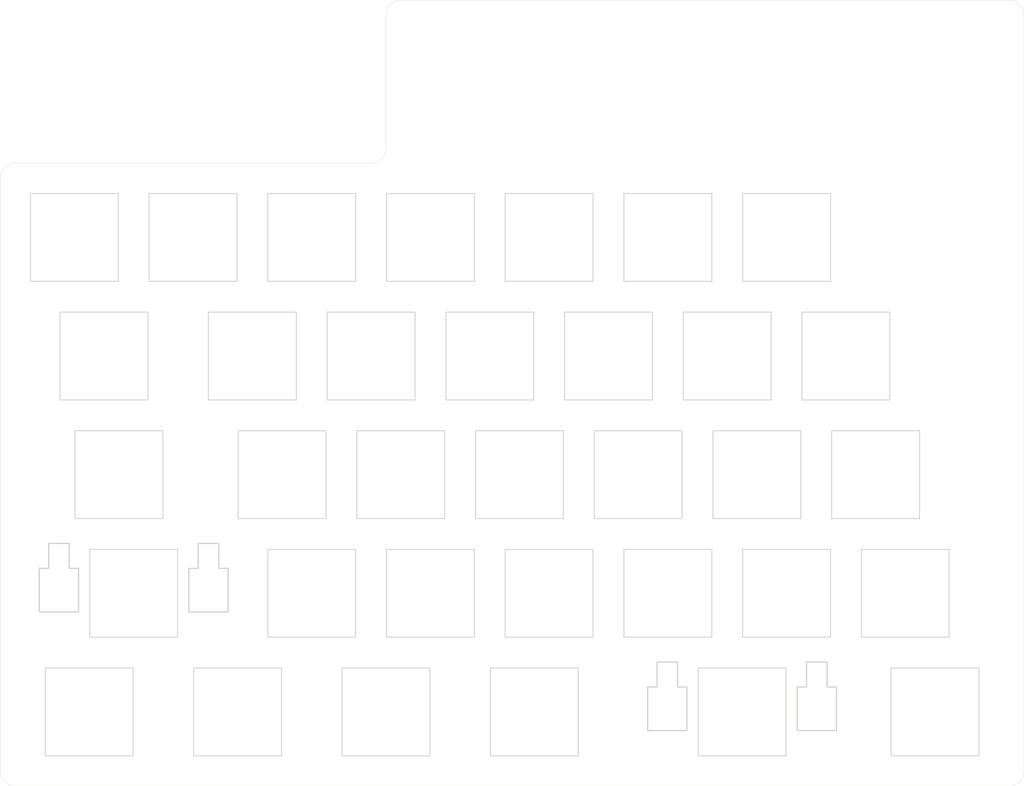
<source format=kicad_pcb>
(kicad_pcb (version 20240108) (generator "pcbnew") (generator_version "8.0")
  (layers (0 "F.Cu" signal) (31 "B.Cu" signal) (34 "B.Paste" user) (35 "F.Paste" user) (36 "B.SilkS" user "B.Silkscreen") (37 "F.SilkS" user "F.Silkscreen") (38 "B.Mask" user) (39 "F.Mask" user) (44 "Edge.Cuts" user))
  (net 0 "")
  (footprint "kbd_SW_Hole:SW_Hole_1u" (layer "F.Cu") (at 90.4875 57.15)
    (property "Reference" "SW16" (hide yes))
    (property "Value" "SW_Push" (hide yes))
    (fp_line (start -7.05 -7.05) (end 7.05 -7.05) (stroke (width 0.15)) (layer "Edge.Cuts"))
    (fp_line (start -7.05 7.05) (end -7.05 -7.05) (stroke (width 0.15)) (layer "Edge.Cuts"))
    (fp_line (start 7.05 -7.05) (end 7.05 7.05) (stroke (width 0.15)) (layer "Edge.Cuts"))
    (fp_line (start 7.05 7.05) (end -7.05 7.05) (stroke (width 0.15)) (layer "Edge.Cuts"))
  )
  (footprint "kbd_Hole:m2_Screw_Hole" (layer "F.Cu") (at 133.35 104.775)
    (property "Reference" "Ref**")
    (property "Value" "Val**")
    (pad "" np_thru_hole circle (at 0 0) (size 2.2 2.2) (drill 2.2) (layers "*.Cu" "*.Mask"))
  )
  (footprint "kbd_SW_Hole:SW_Hole_1u" (layer "F.Cu") (at 171.45 133.35 180)
    (property "Reference" "SW34" (hide yes))
    (property "Value" "RotaryEncoder_Switch" (hide yes))
    (fp_line (start 7.05 7.05) (end -7.05 7.05) (stroke (width 0.15)) (layer "Edge.Cuts"))
    (fp_line (start 7.05 -7.05) (end 7.05 7.05) (stroke (width 0.15)) (layer "Edge.Cuts"))
    (fp_line (start -7.05 7.05) (end -7.05 -7.05) (stroke (width 0.15)) (layer "Edge.Cuts"))
    (fp_line (start -7.05 -7.05) (end 7.05 -7.05) (stroke (width 0.15)) (layer "Edge.Cuts"))
  )
  (footprint "kbd_SW_Hole:SW_Hole_1u" (layer "F.Cu") (at 80.9625 76.2)
    (property "Reference" "SW12" (hide yes))
    (property "Value" "SW_Push" (hide yes))
    (fp_line (start -7.05 -7.05) (end 7.05 -7.05) (stroke (width 0.15)) (layer "Edge.Cuts"))
    (fp_line (start -7.05 7.05) (end -7.05 -7.05) (stroke (width 0.15)) (layer "Edge.Cuts"))
    (fp_line (start 7.05 -7.05) (end 7.05 7.05) (stroke (width 0.15)) (layer "Edge.Cuts"))
    (fp_line (start 7.05 7.05) (end -7.05 7.05) (stroke (width 0.15)) (layer "Edge.Cuts"))
  )
  (footprint "kbd_SW_Hole:SW_Hole_1u" (layer "F.Cu") (at 66.675 95.25)
    (property "Reference" "SW8" (hide yes))
    (property "Value" "SW_Push" (hide yes))
    (fp_line (start -7.05 -7.05) (end 7.05 -7.05) (stroke (width 0.15)) (layer "Edge.Cuts"))
    (fp_line (start -7.05 7.05) (end -7.05 -7.05) (stroke (width 0.15)) (layer "Edge.Cuts"))
    (fp_line (start 7.05 -7.05) (end 7.05 7.05) (stroke (width 0.15)) (layer "Edge.Cuts"))
    (fp_line (start 7.05 7.05) (end -7.05 7.05) (stroke (width 0.15)) (layer "Edge.Cuts"))
  )
  (footprint "kbd_SW_Hole:SW_Hole_1u" (layer "F.Cu") (at 104.775 95.25)
    (property "Reference" "SW18" (hide yes))
    (property "Value" "SW_Push" (hide yes))
    (fp_line (start -7.05 -7.05) (end 7.05 -7.05) (stroke (width 0.15)) (layer "Edge.Cuts"))
    (fp_line (start -7.05 7.05) (end -7.05 -7.05) (stroke (width 0.15)) (layer "Edge.Cuts"))
    (fp_line (start 7.05 -7.05) (end 7.05 7.05) (stroke (width 0.15)) (layer "Edge.Cuts"))
    (fp_line (start 7.05 7.05) (end -7.05 7.05) (stroke (width 0.15)) (layer "Edge.Cuts"))
  )
  (footprint "kbd_Hole:m2_Screw_Hole" (layer "F.Cu") (at 71.4375 85.725)
    (property "Reference" "Ref**")
    (property "Value" "Val**")
    (pad "" np_thru_hole circle (at 0 0) (size 2.2 2.2) (drill 2.2) (layers "*.Cu" "*.Mask"))
  )
  (footprint "kbd_SW_Hole:SW_Hole_1u" (layer "F.Cu") (at 71.4375 114.3)
    (property "Reference" "SW9" (hide yes))
    (property "Value" "SW_Push" (hide yes))
    (fp_line (start -7.05 -7.05) (end 7.05 -7.05) (stroke (width 0.15)) (layer "Edge.Cuts"))
    (fp_line (start -7.05 7.05) (end -7.05 -7.05) (stroke (width 0.15)) (layer "Edge.Cuts"))
    (fp_line (start 7.05 -7.05) (end 7.05 7.05) (stroke (width 0.15)) (layer "Edge.Cuts"))
    (fp_line (start 7.05 7.05) (end -7.05 7.05) (stroke (width 0.15)) (layer "Edge.Cuts"))
  )
  (footprint "kbd_SW_Hole:SW_Hole_1.25u" (layer "F.Cu") (at 59.53125 133.35)
    (property "Reference" "SW10" (hide yes))
    (property "Value" "SW_Push" (hide yes))
    (fp_line (start -7.05 -7.05) (end 7.05 -7.05) (stroke (width 0.15)) (layer "Edge.Cuts"))
    (fp_line (start -7.05 7.05) (end -7.05 -7.05) (stroke (width 0.15)) (layer "Edge.Cuts"))
    (fp_line (start 7.05 -7.05) (end 7.05 7.05) (stroke (width 0.15)) (layer "Edge.Cuts"))
    (fp_line (start 7.05 7.05) (end -7.05 7.05) (stroke (width 0.15)) (layer "Edge.Cuts"))
  )
  (footprint "kbd_SW_Hole:SW_Hole_1u" (layer "F.Cu") (at 61.9125 76.2)
    (property "Reference" "SW7" (hide yes))
    (property "Value" "SW_Push" (hide yes))
    (fp_line (start -7.05 -7.05) (end 7.05 -7.05) (stroke (width 0.15)) (layer "Edge.Cuts"))
    (fp_line (start -7.05 7.05) (end -7.05 -7.05) (stroke (width 0.15)) (layer "Edge.Cuts"))
    (fp_line (start 7.05 -7.05) (end 7.05 7.05) (stroke (width 0.15)) (layer "Edge.Cuts"))
    (fp_line (start 7.05 7.05) (end -7.05 7.05) (stroke (width 0.15)) (layer "Edge.Cuts"))
  )
  (footprint "kbd_SW_Hole:SW_Hole_1u" (layer "F.Cu") (at 142.875 95.25)
    (property "Reference" "SW28" (hide yes))
    (property "Value" "SW_Push" (hide yes))
    (fp_line (start -7.05 -7.05) (end 7.05 -7.05) (stroke (width 0.15)) (layer "Edge.Cuts"))
    (fp_line (start -7.05 7.05) (end -7.05 -7.05) (stroke (width 0.15)) (layer "Edge.Cuts"))
    (fp_line (start 7.05 -7.05) (end 7.05 7.05) (stroke (width 0.15)) (layer "Edge.Cuts"))
    (fp_line (start 7.05 7.05) (end -7.05 7.05) (stroke (width 0.15)) (layer "Edge.Cuts"))
  )
  (footprint "kbd_SW_Hole:SW_Hole_1.25u" (layer "F.Cu") (at 107.15625 133.35)
    (property "Reference" "SW20" (hide yes))
    (property "Value" "SW_Push" (hide yes))
    (fp_line (start -7.05 -7.05) (end 7.05 -7.05) (stroke (width 0.15)) (layer "Edge.Cuts"))
    (fp_line (start -7.05 7.05) (end -7.05 -7.05) (stroke (width 0.15)) (layer "Edge.Cuts"))
    (fp_line (start 7.05 -7.05) (end 7.05 7.05) (stroke (width 0.15)) (layer "Edge.Cuts"))
    (fp_line (start 7.05 7.05) (end -7.05 7.05) (stroke (width 0.15)) (layer "Edge.Cuts"))
  )
  (footprint "kbd_SW_Hole:SW_Hole_1u" (layer "F.Cu") (at 52.3875 57.15)
    (property "Reference" "SW6" (hide yes))
    (property "Value" "SW_Push" (hide yes))
    (fp_line (start -7.05 -7.05) (end 7.05 -7.05) (stroke (width 0.15)) (layer "Edge.Cuts"))
    (fp_line (start -7.05 7.05) (end -7.05 -7.05) (stroke (width 0.15)) (layer "Edge.Cuts"))
    (fp_line (start 7.05 -7.05) (end 7.05 7.05) (stroke (width 0.15)) (layer "Edge.Cuts"))
    (fp_line (start 7.05 7.05) (end -7.05 7.05) (stroke (width 0.15)) (layer "Edge.Cuts"))
  )
  (footprint "kbd_SW_Hole:SW_Hole_1u" (layer "F.Cu") (at 100.0125 76.2)
    (property "Reference" "SW17" (hide yes))
    (property "Value" "SW_Push" (hide yes))
    (fp_line (start -7.05 -7.05) (end 7.05 -7.05) (stroke (width 0.15)) (layer "Edge.Cuts"))
    (fp_line (start -7.05 7.05) (end -7.05 -7.05) (stroke (width 0.15)) (layer "Edge.Cuts"))
    (fp_line (start 7.05 -7.05) (end 7.05 7.05) (stroke (width 0.15)) (layer "Edge.Cuts"))
    (fp_line (start 7.05 7.05) (end -7.05 7.05) (stroke (width 0.15)) (layer "Edge.Cuts"))
  )
  (footprint "kbd_Hole:m2_Screw_Hole" (layer "F.Cu") (at 180.975 23.8125)
    (property "Reference" "Ref**")
    (property "Value" "Val**")
    (pad "" np_thru_hole circle (at 0 0) (size 2.2 2.2) (drill 2.2) (layers "*.Cu" "*.Mask"))
  )
  (footprint "kbd_Hole:m2_Screw_Hole" (layer "F.Cu") (at 180.975 140.49375)
    (property "Reference" "Ref**")
    (property "Value" "Val**")
    (pad "" np_thru_hole circle (at 0 0) (size 2.2 2.2) (drill 2.2) (layers "*.Cu" "*.Mask"))
  )
  (footprint "kbd_SW_Hole:SW_Hole_1u" (layer "F.Cu") (at 119.0625 76.2)
    (property "Reference" "SW22" (hide yes))
    (property "Value" "SW_Push" (hide yes))
    (fp_line (start -7.05 -7.05) (end 7.05 -7.05) (stroke (width 0.15)) (layer "Edge.Cuts"))
    (fp_line (start -7.05 7.05) (end -7.05 -7.05) (stroke (width 0.15)) (layer "Edge.Cuts"))
    (fp_line (start 7.05 -7.05) (end 7.05 7.05) (stroke (width 0.15)) (layer "Edge.Cuts"))
    (fp_line (start 7.05 7.05) (end -7.05 7.05) (stroke (width 0.15)) (layer "Edge.Cuts"))
  )
  (footprint "kbd_Hole:m2_Screw_Hole" (layer "F.Cu") (at 47.625 140.49375)
    (property "Reference" "Ref**")
    (property "Value" "Val**")
    (pad "" np_thru_hole circle (at 0 0) (size 2.2 2.2) (drill 2.2) (layers "*.Cu" "*.Mask"))
  )
  (footprint "kbd_SW_Hole:SW_Hole_1u" (layer "F.Cu") (at 90.4875 114.3)
    (property "Reference" "SW14" (hide yes))
    (property "Value" "SW_Push" (hide yes))
    (fp_line (start -7.05 -7.05) (end 7.05 -7.05) (stroke (width 0.15)) (layer "Edge.Cuts"))
    (fp_line (start -7.05 7.05) (end -7.05 -7.05) (stroke (width 0.15)) (layer "Edge.Cuts"))
    (fp_line (start 7.05 -7.05) (end 7.05 7.05) (stroke (width 0.15)) (layer "Edge.Cuts"))
    (fp_line (start 7.05 7.05) (end -7.05 7.05) (stroke (width 0.15)) (layer "Edge.Cuts"))
  )
  (footprint "kbd_SW_Hole:SW_Hole_1u" (layer "F.Cu") (at 128.5875 114.3)
    (property "Reference" "SW24" (hide yes))
    (property "Value" "SW_Push" (hide yes))
    (fp_line (start -7.05 -7.05) (end 7.05 -7.05) (stroke (width 0.15)) (layer "Edge.Cuts"))
    (fp_line (start -7.05 7.05) (end -7.05 -7.05) (stroke (width 0.15)) (layer "Edge.Cuts"))
    (fp_line (start 7.05 -7.05) (end 7.05 7.05) (stroke (width 0.15)) (layer "Edge.Cuts"))
    (fp_line (start 7.05 7.05) (end -7.05 7.05) (stroke (width 0.15)) (layer "Edge.Cuts"))
  )
  (footprint "kbd_SW_Hole:SW_Hole_1.25u" (layer "F.Cu") (at 35.71875 133.35)
    (property "Reference" "SW5" (hide yes))
    (property "Value" "SW_Push" (hide yes))
    (fp_line (start -7.05 -7.05) (end 7.05 -7.05) (stroke (width 0.15)) (layer "Edge.Cuts"))
    (fp_line (start -7.05 7.05) (end -7.05 -7.05) (stroke (width 0.15)) (layer "Edge.Cuts"))
    (fp_line (start 7.05 -7.05) (end 7.05 7.05) (stroke (width 0.15)) (layer "Edge.Cuts"))
    (fp_line (start 7.05 7.05) (end -7.05 7.05) (stroke (width 0.15)) (layer "Edge.Cuts"))
  )
  (footprint "kbd_SW_Hole:SW_Hole_1u" (layer "F.Cu") (at 157.1625 76.2)
    (property "Reference" "SW31" (hide yes))
    (property "Value" "SW_Push" (hide yes))
    (fp_line (start -7.05 -7.05) (end 7.05 -7.05) (stroke (width 0.15)) (layer "Edge.Cuts"))
    (fp_line (start -7.05 7.05) (end -7.05 -7.05) (stroke (width 0.15)) (layer "Edge.Cuts"))
    (fp_line (start 7.05 -7.05) (end 7.05 7.05) (stroke (width 0.15)) (layer "Edge.Cuts"))
    (fp_line (start 7.05 7.05) (end -7.05 7.05) (stroke (width 0.15)) (layer "Edge.Cuts"))
  )
  (footprint "kbd_SW_Hole:SW_Hole_1u" (layer "F.Cu") (at 85.725 95.25)
    (property "Reference" "SW13" (hide yes))
    (property "Value" "SW_Push" (hide yes))
    (fp_line (start -7.05 -7.05) (end 7.05 -7.05) (stroke (width 0.15)) (layer "Edge.Cuts"))
    (fp_line (start -7.05 7.05) (end -7.05 -7.05) (stroke (width 0.15)) (layer "Edge.Cuts"))
    (fp_line (start 7.05 -7.05) (end 7.05 7.05) (stroke (width 0.15)) (layer "Edge.Cuts"))
    (fp_line (start 7.05 7.05) (end -7.05 7.05) (stroke (width 0.15)) (layer "Edge.Cuts"))
  )
  (footprint "kbd_SW_Hole:SW_Hole_1u" (layer "F.Cu") (at 71.4375 57.15)
    (property "Reference" "SW11" (hide yes))
    (property "Value" "SW_Push" (hide yes))
    (fp_line (start -7.05 -7.05) (end 7.05 -7.05) (stroke (width 0.15)) (layer "Edge.Cuts"))
    (fp_line (start -7.05 7.05) (end -7.05 -7.05) (stroke (width 0.15)) (layer "Edge.Cuts"))
    (fp_line (start 7.05 -7.05) (end 7.05 7.05) (stroke (width 0.15)) (layer "Edge.Cuts"))
    (fp_line (start 7.05 7.05) (end -7.05 7.05) (stroke (width 0.15)) (layer "Edge.Cuts"))
  )
  (footprint "kbd_Hole:m2_Screw_Hole" (layer "F.Cu") (at 88.10625 23.8125)
    (property "Reference" "Ref**")
    (property "Value" "Val**")
    (pad "" np_thru_hole circle (at 0 0) (size 2.2 2.2) (drill 2.2) (layers "*.Cu" "*.Mask"))
  )
  (footprint "kbd_SW_Hole:SW_Hole_1u" (layer "F.Cu") (at 147.6375 57.15)
    (property "Reference" "SW30" (hide yes))
    (property "Value" "SW_Push" (hide yes))
    (fp_line (start -7.05 -7.05) (end 7.05 -7.05) (stroke (width 0.15)) (layer "Edge.Cuts"))
    (fp_line (start -7.05 7.05) (end -7.05 -7.05) (stroke (width 0.15)) (layer "Edge.Cuts"))
    (fp_line (start 7.05 -7.05) (end 7.05 7.05) (stroke (width 0.15)) (layer "Edge.Cuts"))
    (fp_line (start 7.05 7.05) (end -7.05 7.05) (stroke (width 0.15)) (layer "Edge.Cuts"))
  )
  (footprint "kbd_Hole:m2_Screw_Hole" (layer "F.Cu") (at 133.35 47.625)
    (property "Reference" "Ref**")
    (property "Value" "Val**")
    (pad "" np_thru_hole circle (at 0 0) (size 2.2 2.2) (drill 2.2) (layers "*.Cu" "*.Mask"))
  )
  (footprint "kbd_SW_Hole:SW_Hole_1u" (layer "F.Cu") (at 147.6375 114.3)
    (property "Reference" "SW29" (hide yes))
    (property "Value" "SW_Push" (hide yes))
    (fp_line (start -7.05 -7.05) (end 7.05 -7.05) (stroke (width 0.15)) (layer "Edge.Cuts"))
    (fp_line (start -7.05 7.05) (end -7.05 -7.05) (stroke (width 0.15)) (layer "Edge.Cuts"))
    (fp_line (start 7.05 -7.05) (end 7.05 7.05) (stroke (width 0.15)) (layer "Edge.Cuts"))
    (fp_line (start 7.05 7.05) (end -7.05 7.05) (stroke (width 0.15)) (layer "Edge.Cuts"))
  )
  (footprint "kbd_SW_Hole:SW_Hole_1u" (layer "F.Cu") (at 123.825 95.25)
    (property "Reference" "SW23" (hide yes))
    (property "Value" "SW_Push" (hide yes))
    (fp_line (start -7.05 -7.05) (end 7.05 -7.05) (stroke (width 0.15)) (layer "Edge.Cuts"))
    (fp_line (start -7.05 7.05) (end -7.05 -7.05) (stroke (width 0.15)) (layer "Edge.Cuts"))
    (fp_line (start 7.05 -7.05) (end 7.05 7.05) (stroke (width 0.15)) (layer "Edge.Cuts"))
    (fp_line (start 7.05 7.05) (end -7.05 7.05) (stroke (width 0.15)) (layer "Edge.Cuts"))
  )
  (footprint "kbd_SW_Hole:SW_Hole_1u" (layer "F.Cu") (at 128.5875 57.15)
    (property "Reference" "SW26" (hide yes))
    (property "Value" "SW_Push" (hide yes))
    (fp_line (start -7.05 -7.05) (end 7.05 -7.05) (stroke (width 0.15)) (layer "Edge.Cuts"))
    (fp_line (start -7.05 7.05) (end -7.05 -7.05) (stroke (width 0.15)) (layer "Edge.Cuts"))
    (fp_line (start 7.05 -7.05) (end 7.05 7.05) (stroke (width 0.15)) (layer "Edge.Cuts"))
    (fp_line (start 7.05 7.05) (end -7.05 7.05) (stroke (width 0.15)) (layer "Edge.Cuts"))
  )
  (footprint "kbd_SW_Hole:SW_Hole_1u" (layer "F.Cu") (at 33.3375 57.15)
    (property "Reference" "SW1" (hide yes))
    (property "Value" "SW_Push" (hide yes))
    (fp_line (start -7.05 -7.05) (end 7.05 -7.05) (stroke (width 0.15)) (layer "Edge.Cuts"))
    (fp_line (start -7.05 7.05) (end -7.05 -7.05) (stroke (width 0.15)) (layer "Edge.Cuts"))
    (fp_line (start 7.05 -7.05) (end 7.05 7.05) (stroke (width 0.15)) (layer "Edge.Cuts"))
    (fp_line (start 7.05 7.05) (end -7.05 7.05) (stroke (width 0.15)) (layer "Edge.Cuts"))
  )
  (footprint "kbd_SW_Hole:Stab_Hole_Choc_2u_Top" (layer "F.Cu") (at 140.49375 133.35)
    (property "Reference" "SW**" (hide yes))
    (property "Value" "SW_PUSH" (hide yes))
    (fp_line (start -15.15 -4) (end -15.15 3) (stroke (width 0.2)) (layer "Edge.Cuts"))
    (fp_line (start -13.65 -8) (end -13.65 -4) (stroke (width 0.2)) (layer "Edge.Cuts"))
    (fp_line (start -13.65 -8) (end -10.35 -8) (stroke (width 0.2)) (layer "Edge.Cuts"))
    (fp_line (start -13.65 -4) (end -15.15 -4) (stroke (width 0.2)) (layer "Edge.Cuts"))
    (fp_line (start -10.35 -8) (end -10.35 -4) (stroke (width 0.2)) (layer "Edge.Cuts"))
    (fp_line (start -10.35 -4) (end -8.85 -4) (stroke (width 0.2)) (layer "Edge.Cuts"))
    (fp_line (start -8.85 -4) (end -8.85 3) (stroke (width 0.2)) (layer "Edge.Cuts"))
    (fp_line (start -8.85 3) (end -15.15 3) (stroke (width 0.2)) (layer "Edge.Cuts"))
    (fp_line (start 8.85 -4) (end 8.85 3) (stroke (width 0.2)) (layer "Edge.Cuts"))
    (fp_line (start 10.35 -8) (end 10.35 -4) (stroke (width 0.2)) (layer "Edge.Cuts"))
    (fp_line (start 10.35 -8) (end 13.65 -8) (stroke (width 0.2)) (layer "Edge.Cuts"))
    (fp_line (start 10.35 -4) (end 8.85 -4) (stroke (width 0.2)) (layer "Edge.Cuts"))
    (fp_line (start 13.65 -8) (end 13.65 -4) (stroke (width 0.2)) (layer "Edge.Cuts"))
    (fp_line (start 13.65 -4) (end 15.15 -4) (stroke (width 0.2)) (layer "Edge.Cuts"))
    (fp_line (start 15.15 -4) (end 15.15 3) (stroke (width 0.2)) (layer "Edge.Cuts"))
    (fp_line (start 15.15 3) (end 8.85 3) (stroke (width 0.2)) (layer "Edge.Cuts"))
  )
  (footprint "kbd_SW_Hole:SW_Hole_1u" (layer "F.Cu") (at 109.5375 57.15)
    (property "Reference" "SW21" (hide yes))
    (property "Value" "SW_Push" (hide yes))
    (fp_line (start -7.05 -7.05) (end 7.05 -7.05) (stroke (width 0.15)) (layer "Edge.Cuts"))
    (fp_line (start -7.05 7.05) (end -7.05 -7.05) (stroke (width 0.15)) (layer "Edge.Cuts"))
    (fp_line (start 7.05 -7.05) (end 7.05 7.05) (stroke (width 0.15)) (layer "Edge.Cuts"))
    (fp_line (start 7.05 7.05) (end -7.05 7.05) (stroke (width 0.15)) (layer "Edge.Cuts"))
  )
  (footprint "kbd_SW_Hole:SW_Hole_1u" (layer "F.Cu") (at 161.925 95.25)
    (property "Reference" "SW32" (hide yes))
    (property "Value" "SW_Push" (hide yes))
    (fp_line (start -7.05 -7.05) (end 7.05 -7.05) (stroke (width 0.15)) (layer "Edge.Cuts"))
    (fp_line (start -7.05 7.05) (end -7.05 -7.05) (stroke (width 0.15)) (layer "Edge.Cuts"))
    (fp_line (start 7.05 -7.05) (end 7.05 7.05) (stroke (width 0.15)) (layer "Edge.Cuts"))
    (fp_line (start 7.05 7.05) (end -7.05 7.05) (stroke (width 0.15)) (layer "Edge.Cuts"))
  )
  (footprint "kbd_SW_Hole:SW_Hole_1.5u" (layer "F.Cu") (at 38.1 76.2)
    (property "Reference" "SW2" (hide yes))
    (property "Value" "SW_Push" (hide yes))
    (fp_line (start -7.05 -7.05) (end 7.05 -7.05) (stroke (width 0.15)) (layer "Edge.Cuts"))
    (fp_line (start -7.05 7.05) (end -7.05 -7.05) (stroke (width 0.15)) (layer "Edge.Cuts"))
    (fp_line (start 7.05 -7.05) (end 7.05 7.05) (stroke (width 0.15)) (layer "Edge.Cuts"))
    (fp_line (start 7.05 7.05) (end -7.05 7.05) (stroke (width 0.15)) (layer "Edge.Cuts"))
  )
  (footprint "kbd_SW_Hole:SW_Hole_1u" (layer "F.Cu") (at 109.5375 114.3)
    (property "Reference" "SW19" (hide yes))
    (property "Value" "SW_Push" (hide yes))
    (fp_line (start -7.05 -7.05) (end 7.05 -7.05) (stroke (width 0.15)) (layer "Edge.Cuts"))
    (fp_line (start -7.05 7.05) (end -7.05 -7.05) (stroke (width 0.15)) (layer "Edge.Cuts"))
    (fp_line (start 7.05 -7.05) (end 7.05 7.05) (stroke (width 0.15)) (layer "Edge.Cuts"))
    (fp_line (start 7.05 7.05) (end -7.05 7.05) (stroke (width 0.15)) (layer "Edge.Cuts"))
  )
  (footprint "kbd_SW_Hole:Stab_Hole_Choc_2u_Top" (layer "F.Cu") (at 42.8625 114.3)
    (property "Reference" "SW**" (hide yes))
    (property "Value" "SW_PUSH" (hide yes))
    (fp_line (start -15.15 -4) (end -15.15 3) (stroke (width 0.2)) (layer "Edge.Cuts"))
    (fp_line (start -13.65 -8) (end -13.65 -4) (stroke (width 0.2)) (layer "Edge.Cuts"))
    (fp_line (start -13.65 -8) (end -10.35 -8) (stroke (width 0.2)) (layer "Edge.Cuts"))
    (fp_line (start -13.65 -4) (end -15.15 -4) (stroke (width 0.2)) (layer "Edge.Cuts"))
    (fp_line (start -10.35 -8) (end -10.35 -4) (stroke (width 0.2)) (layer "Edge.Cuts"))
    (fp_line (start -10.35 -4) (end -8.85 -4) (stroke (width 0.2)) (layer "Edge.Cuts"))
    (fp_line (start -8.85 -4) (end -8.85 3) (stroke (width 0.2)) (layer "Edge.Cuts"))
    (fp_line (start -8.85 3) (end -15.15 3) (stroke (width 0.2)) (layer "Edge.Cuts"))
    (fp_line (start 8.85 -4) (end 8.85 3) (stroke (width 0.2)) (layer "Edge.Cuts"))
    (fp_line (start 10.35 -8) (end 10.35 -4) (stroke (width 0.2)) (layer "Edge.Cuts"))
    (fp_line (start 10.35 -8) (end 13.65 -8) (stroke (width 0.2)) (layer "Edge.Cuts"))
    (fp_line (start 10.35 -4) (end 8.85 -4) (stroke (width 0.2)) (layer "Edge.Cuts"))
    (fp_line (start 13.65 -8) (end 13.65 -4) (stroke (width 0.2)) (layer "Edge.Cuts"))
    (fp_line (start 13.65 -4) (end 15.15 -4) (stroke (width 0.2)) (layer "Edge.Cuts"))
    (fp_line (start 15.15 -4) (end 15.15 3) (stroke (width 0.2)) (layer "Edge.Cuts"))
    (fp_line (start 15.15 3) (end 8.85 3) (stroke (width 0.2)) (layer "Edge.Cuts"))
  )
  (footprint "kbd_SW_Hole:SW_Hole_1.75u" (layer "F.Cu") (at 40.48125 95.25)
    (property "Reference" "SW3" (hide yes))
    (property "Value" "SW_Push" (hide yes))
    (fp_line (start -7.05 -7.05) (end 7.05 -7.05) (stroke (width 0.15)) (layer "Edge.Cuts"))
    (fp_line (start -7.05 7.05) (end -7.05 -7.05) (stroke (width 0.15)) (layer "Edge.Cuts"))
    (fp_line (start 7.05 -7.05) (end 7.05 7.05) (stroke (width 0.15)) (layer "Edge.Cuts"))
    (fp_line (start 7.05 7.05) (end -7.05 7.05) (stroke (width 0.15)) (layer "Edge.Cuts"))
  )
  (footprint "kbd_Hole:m2_Screw_Hole" (layer "F.Cu") (at 28.575 47.625)
    (property "Reference" "Ref**")
    (property "Value" "Val**")
    (pad "" np_thru_hole circle (at 0 0) (size 2.2 2.2) (drill 2.2) (layers "*.Cu" "*.Mask"))
  )
  (footprint "kbd_SW_Hole:SW_Hole_1u" (layer "F.Cu") (at 42.8625 114.3)
    (property "Reference" "SW4" (hide yes))
    (property "Value" "SW_Push" (hide yes))
    (fp_line (start -7.05 -7.05) (end 7.05 -7.05) (stroke (width 0.15)) (layer "Edge.Cuts"))
    (fp_line (start -7.05 7.05) (end -7.05 -7.05) (stroke (width 0.15)) (layer "Edge.Cuts"))
    (fp_line (start 7.05 -7.05) (end 7.05 7.05) (stroke (width 0.15)) (layer "Edge.Cuts"))
    (fp_line (start 7.05 7.05) (end -7.05 7.05) (stroke (width 0.15)) (layer "Edge.Cuts"))
  )
  (footprint "kbd_SW_Hole:SW_Hole_1u" (layer "F.Cu") (at 138.1125 76.2)
    (property "Reference" "SW27" (hide yes))
    (property "Value" "SW_Push" (hide yes))
    (fp_line (start -7.05 -7.05) (end 7.05 -7.05) (stroke (width 0.15)) (layer "Edge.Cuts"))
    (fp_line (start -7.05 7.05) (end -7.05 -7.05) (stroke (width 0.15)) (layer "Edge.Cuts"))
    (fp_line (start 7.05 -7.05) (end 7.05 7.05) (stroke (width 0.15)) (layer "Edge.Cuts"))
    (fp_line (start 7.05 7.05) (end -7.05 7.05) (stroke (width 0.15)) (layer "Edge.Cuts"))
  )
  (footprint "kbd_SW_Hole:SW_Hole_1u" (layer "F.Cu") (at 166.6875 114.3)
    (property "Reference" "SW33" (hide yes))
    (property "Value" "SW_Push" (hide yes))
    (fp_line (start -7.05 -7.05) (end 7.05 -7.05) (stroke (width 0.15)) (layer "Edge.Cuts"))
    (fp_line (start -7.05 7.05) (end -7.05 -7.05) (stroke (width 0.15)) (layer "Edge.Cuts"))
    (fp_line (start 7.05 -7.05) (end 7.05 7.05) (stroke (width 0.15)) (layer "Edge.Cuts"))
    (fp_line (start 7.05 7.05) (end -7.05 7.05) (stroke (width 0.15)) (layer "Edge.Cuts"))
  )
  (footprint "kbd_SW_Hole:SW_Hole_1u" (layer "F.Cu") (at 140.49375 133.35)
    (property "Reference" "SW25" (hide yes))
    (property "Value" "SW_Push" (hide yes))
    (fp_line (start -7.05 -7.05) (end 7.05 -7.05) (stroke (width 0.15)) (layer "Edge.Cuts"))
    (fp_line (start -7.05 7.05) (end -7.05 -7.05) (stroke (width 0.15)) (layer "Edge.Cuts"))
    (fp_line (start 7.05 -7.05) (end 7.05 7.05) (stroke (width 0.15)) (layer "Edge.Cuts"))
    (fp_line (start 7.05 7.05) (end -7.05 7.05) (stroke (width 0.15)) (layer "Edge.Cuts"))
  )
  (footprint "kbd_SW_Hole:SW_Hole_1.25u" (layer "F.Cu") (at 83.34375 133.35)
    (property "Reference" "SW15" (hide yes))
    (property "Value" "SW_Push" (hide yes))
    (fp_line (start -7.05 -7.05) (end 7.05 -7.05) (stroke (width 0.15)) (layer "Edge.Cuts"))
    (fp_line (start -7.05 7.05) (end -7.05 -7.05) (stroke (width 0.15)) (layer "Edge.Cuts"))
    (fp_line (start 7.05 -7.05) (end 7.05 7.05) (stroke (width 0.15)) (layer "Edge.Cuts"))
    (fp_line (start 7.05 7.05) (end -7.05 7.05) (stroke (width 0.15)) (layer "Edge.Cuts"))
  )
  (gr_arc (start 83.34375 21.43125) (mid 84.041202 19.747452) (end 85.725 19.05) (stroke (width 0.05)) (layer "Edge.Cuts"))
  (gr_arc (start 183.35625 19.05) (mid 185.040048 19.747452) (end 185.7375 21.43125) (stroke (width 0.05)) (layer "Edge.Cuts"))
  (gr_line (start 183.35625 19.05) (end 85.725 19.05) (stroke (width 0.05)) (layer "Edge.Cuts"))
  (gr_arc (start 83.34375 42.8625) (mid 82.646298 44.546298) (end 80.9625 45.24375) (stroke (width 0.05)) (layer "Edge.Cuts"))
  (gr_line (start 80.9625 45.24375) (end 23.8125 45.24375) (stroke (width 0.05)) (layer "Edge.Cuts"))
  (gr_arc (start 21.43125 47.625) (mid 22.128702 45.941202) (end 23.8125 45.24375) (stroke (width 0.05)) (layer "Edge.Cuts"))
  (gr_arc (start 185.7375 142.875) (mid 185.040048 144.558798) (end 183.35625 145.25625) (stroke (width 0.05)) (layer "Edge.Cuts"))
  (gr_arc (start 23.8125 145.25625) (mid 22.128702 144.558798) (end 21.43125 142.875) (stroke (width 0.05)) (layer "Edge.Cuts"))
  (gr_line (start 83.34375 21.43125) (end 83.34375 42.8625) (stroke (width 0.05)) (layer "Edge.Cuts"))
  (gr_line (start 23.8125 145.25625) (end 183.35625 145.25625) (stroke (width 0.05)) (layer "Edge.Cuts"))
  (gr_line (start 185.7375 142.875) (end 185.7375 21.43125) (stroke (width 0.05)) (layer "Edge.Cuts"))
  (gr_line (start 21.43125 142.875) (end 21.43125 47.625) (stroke (width 0.05)) (layer "Edge.Cuts"))
)
</source>
